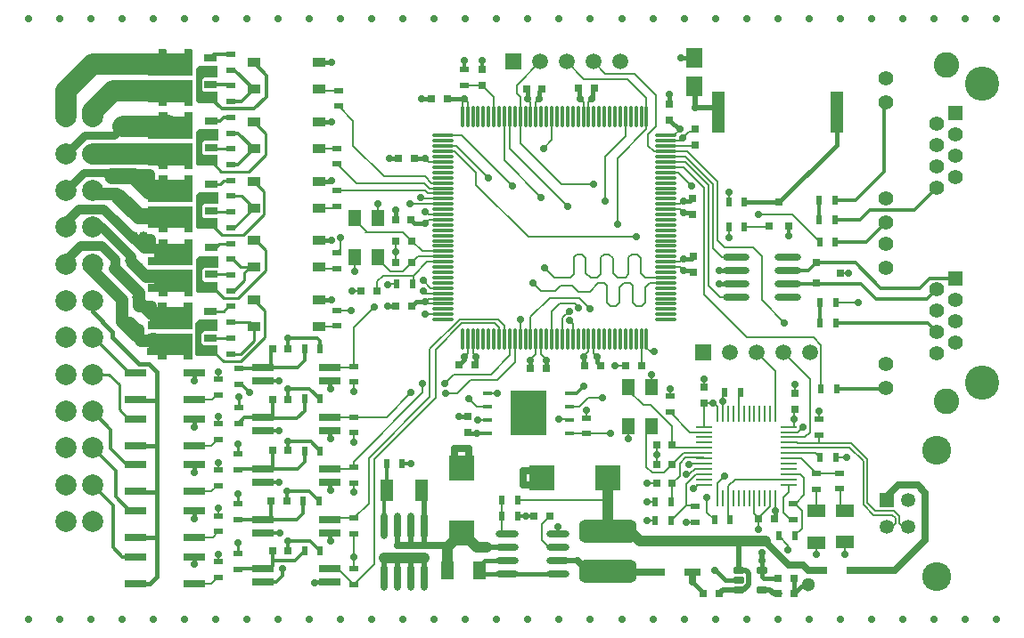
<source format=gtl>
%FSTAX25Y25*%
%MOIN*%
%SFA1B1*%

%IPPOS*%
%AMD11*
4,1,8,0.014500,0.012800,-0.014500,0.012800,-0.020900,0.006400,-0.020900,-0.006400,-0.014500,-0.012800,0.014500,-0.012800,0.020900,-0.006400,0.020900,0.006400,0.014500,0.012800,0.0*
1,1,0.012800,0.014500,0.006400*
1,1,0.012800,-0.014500,0.006400*
1,1,0.012800,-0.014500,-0.006400*
1,1,0.012800,0.014500,-0.006400*
%
%AMD24*
4,1,8,-0.087100,-0.042300,0.087100,-0.042300,0.108300,-0.021200,0.108300,0.021200,0.087100,0.042300,-0.087100,0.042300,-0.108300,0.021200,-0.108300,-0.021200,-0.087100,-0.042300,0.0*
1,1,0.042320,-0.087100,-0.021200*
1,1,0.042320,0.087100,-0.021200*
1,1,0.042320,0.087100,0.021200*
1,1,0.042320,-0.087100,0.021200*
%
%ADD10R,0.031500X0.031500*%
G04~CAMADD=11~8~0.0~0.0~417.3~255.9~64.0~0.0~15~0.0~0.0~0.0~0.0~0~0.0~0.0~0.0~0.0~0~0.0~0.0~0.0~0.0~417.3~255.9*
%ADD11D11*%
%ADD12R,0.049210X0.025590*%
%ADD13R,0.039760X0.028540*%
%ADD14R,0.039370X0.028150*%
%ADD15R,0.030710X0.039370*%
%ADD16R,0.031500X0.039370*%
%ADD17R,0.039370X0.028540*%
%ADD18R,0.049210X0.062990*%
%ADD19O,0.086610X0.023620*%
%ADD20R,0.045280X0.035430*%
%ADD21R,0.080000X0.026000*%
%ADD22R,0.045280X0.070870*%
%ADD23O,0.027560X0.098420*%
G04~CAMADD=24~8~0.0~0.0~2165.4~846.5~211.6~0.0~15~0.0~0.0~0.0~0.0~0~0.0~0.0~0.0~0.0~0~0.0~0.0~0.0~180.0~2166.0~847.0*
%ADD24D24*%
%ADD25R,0.070870X0.045280*%
%ADD26R,0.049210X0.078740*%
%ADD27R,0.030000X0.030000*%
%ADD28R,0.059050X0.076770*%
%ADD29R,0.047240X0.157480*%
%ADD30O,0.061020X0.009840*%
%ADD31O,0.009840X0.061020*%
%ADD32O,0.011810X0.082680*%
%ADD33O,0.082680X0.011810*%
%ADD34R,0.035430X0.015750*%
%ADD35R,0.133860X0.169290*%
%ADD36R,0.062990X0.031500*%
%ADD37R,0.023620X0.035430*%
%ADD38R,0.035430X0.023620*%
%ADD39R,0.096460X0.096460*%
%ADD40R,0.031500X0.031500*%
%ADD41O,0.098420X0.027560*%
%ADD42R,0.030000X0.030000*%
%ADD43R,0.096460X0.096460*%
%ADD44C,0.015750*%
%ADD45C,0.019680*%
%ADD46C,0.039370*%
%ADD47C,0.027560*%
%ADD48C,0.007870*%
%ADD49C,0.078740*%
%ADD50C,0.031500*%
%ADD51C,0.035430*%
%ADD52C,0.059050*%
%ADD53C,0.047240*%
%ADD54C,0.043310*%
%ADD55C,0.011810*%
%ADD56C,0.010000*%
%ADD57R,0.059050X0.059050*%
%ADD58C,0.059050*%
%ADD59R,0.053150X0.053150*%
%ADD60C,0.053150*%
%ADD61C,0.108270*%
%ADD62C,0.078740*%
%ADD63C,0.127950*%
%ADD64C,0.095280*%
%ADD65C,0.054690*%
%ADD66R,0.054690X0.054690*%
%ADD67C,0.051180*%
%ADD68C,0.027560*%
%ADD69C,0.019680*%
%ADD70C,0.039370*%
%LNrobocontroller-1*%
%LPD*%
G36*
X0076575Y-0098819D02*
X0071457D01*
X0070669Y-0099606*
Y-0103347*
X0071457Y-0104134*
X0076378*
Y-0108169*
X0068996*
X0068307Y-010748*
Y-0095669*
X0069488Y-0094488*
X0076575*
Y-0098819*
G37*
G36*
X0067126Y-0089764D02*
Y-0098032D01*
X0050394*
Y-0095079*
X0052559*
Y-0092618*
X0050394*
Y-0089764*
X0054331*
Y-0088189*
X0057579*
Y-0089764*
X0063976*
Y-0088189*
X0067126*
Y-0089764*
G37*
G36*
Y-0084055D02*
Y-008563D01*
X0063976*
Y-0084055*
X0057579*
Y-008563*
X0054331*
Y-0084055*
X0050394*
Y-0081201*
X0052559*
Y-007874*
X0050394*
Y-0075787*
X0067126*
Y-0084055*
G37*
G36*
Y-0107874D02*
Y-0109449D01*
X0063976*
Y-0107874*
X0057579*
Y-0109449*
X0054331*
Y-0107874*
X0050394*
Y-010502*
X0052559*
Y-0102559*
X0050394*
Y-0099606*
X0067126*
Y-0107874*
G37*
G36*
X0066929Y-0131693D02*
Y-0133268D01*
X0063779*
Y-0131693*
X0057382*
Y-0133268*
X0054134*
Y-0131693*
X0050197*
Y-0128839*
X0052362*
Y-0126378*
X0050197*
Y-0123425*
X0066929*
Y-0131693*
G37*
G36*
X0076378Y-0122638D02*
X007126D01*
X0070472Y-0123425*
Y-0127165*
X007126Y-0127953*
X0076181*
Y-0131988*
X0068799*
X006811Y-0131299*
Y-0119488*
X0069291Y-0118307*
X0076378*
Y-0122638*
G37*
G36*
X0066929Y-0113583D02*
Y-012185D01*
X0050197*
Y-0118898*
X0052362*
Y-0116437*
X0050197*
Y-0113583*
X0054134*
Y-0112008*
X0057382*
Y-0113583*
X0063779*
Y-0112008*
X0066929*
Y-0113583*
G37*
G36*
X0076575Y-0075D02*
X0071457D01*
X0070669Y-0075787*
Y-0079528*
X0071457Y-0080315*
X0076378*
Y-008435*
X0068996*
X0068307Y-0083661*
Y-007185*
X0069488Y-0070669*
X0076575*
Y-0075*
G37*
G36*
X0067028Y-0036791D02*
Y-0038366D01*
X0063878*
Y-0036791*
X005748*
Y-0038366*
X0054232*
Y-0036791*
X0050295*
Y-0033937*
X0052461*
Y-0031477*
X0050295*
Y-0028524*
X0067028*
Y-0036791*
G37*
G36*
X0076476Y-0027736D02*
X0071358D01*
X0070571Y-0028524*
Y-0032264*
X0071358Y-0033051*
X0076279*
Y-0037087*
X0068898*
X0068209Y-0036398*
Y-0024587*
X006939Y-0023406*
X0076476*
Y-0027736*
G37*
G36*
X0067028Y-0018681D02*
Y-0026949D01*
X0050295*
Y-0023996*
X0052461*
Y-0021535*
X0050295*
Y-0018681*
X0054232*
Y-0017106*
X005748*
Y-0018681*
X0063878*
Y-0017106*
X0067028*
Y-0018681*
G37*
G36*
X0067126Y-0042323D02*
Y-0050591D01*
X0050394*
Y-0047638*
X0052559*
Y-0045177*
X0050394*
Y-0042323*
X0054331*
Y-0040748*
X0057579*
Y-0042323*
X0063976*
Y-0040748*
X0067126*
Y-0042323*
G37*
G36*
Y-0065945D02*
Y-0074213D01*
X0050394*
Y-007126*
X0052559*
Y-0068799*
X0050394*
Y-0065945*
X0054331*
Y-006437*
X0057579*
Y-0065945*
X0063976*
Y-006437*
X0067126*
Y-0065945*
G37*
G36*
Y-0060433D02*
Y-0062008D01*
X0063976*
Y-0060433*
X0057579*
Y-0062008*
X0054331*
Y-0060433*
X0050394*
Y-0057579*
X0052559*
Y-0055118*
X0050394*
Y-0052165*
X0067126*
Y-0060433*
G37*
G36*
X0076575Y-0051378D02*
X0071457D01*
X0070669Y-0052165*
Y-0055905*
X0071457Y-0056693*
X0076378*
Y-0060728*
X0068996*
X0068307Y-0060039*
Y-0048228*
X0069488Y-0047047*
X0076575*
Y-0051378*
G37*
G54D10*
X0263976Y-0220866D03*
X0258071D03*
X0286024Y-0215354D03*
X0291929D03*
X0286024Y-0220866D03*
X0291929D03*
X0149016Y-0088829D03*
X014311D03*
X0144095Y-0057874D03*
X015D03*
X0102756Y-0204921D03*
X009685D03*
X0142913Y-0080905D03*
X0148819D03*
X0149016Y-0096949D03*
X014311D03*
Y-0113189D03*
X0149016D03*
X0130118Y-0107677D03*
X0136024D03*
X0102756Y-0129134D03*
X009685D03*
X0166732Y-0135236D03*
X0172638D03*
X0193504Y-0136417D03*
X0199409D03*
X0213779Y-013563D03*
X0219685D03*
X0228937D03*
X0234842D03*
X027874Y-0192913D03*
X0284646D03*
X0240551Y-0179552D03*
X0246457D03*
X0240551Y-0172478D03*
X0246457D03*
X0240551Y-0165404D03*
X0246457D03*
X0217323Y-0031496D03*
X0211417D03*
X0197835Y-003189D03*
X0191929D03*
X0156299Y-003563D03*
X0162205D03*
X0194685Y-0191929D03*
X0200591D03*
X0102362Y-0186221D03*
X0096457D03*
X0102756Y-0167323D03*
X009685D03*
X0102756Y-0148228D03*
X009685D03*
G54D11*
X0279919Y-0212205D03*
Y-0219685D03*
X0271258D03*
Y-0212205D03*
Y-0215945D03*
G54D12*
X0060532Y-0032461D03*
Y-0023012D03*
X0073819Y-0035236D03*
Y-0030236D03*
Y-0020236D03*
Y-0025236D03*
X0073917Y-0048878D03*
Y-0043878D03*
Y-0053878D03*
Y-0058878D03*
X006063Y-0046654D03*
Y-0056102D03*
Y-0079724D03*
Y-0070276D03*
X0073917Y-00825D03*
Y-00775D03*
Y-00675D03*
Y-00725D03*
Y-0096319D03*
Y-0091319D03*
Y-0101319D03*
Y-0106319D03*
X006063Y-0094095D03*
Y-0103543D03*
X0060433Y-0127362D03*
Y-0117913D03*
X0073721Y-0130138D03*
Y-0125138D03*
Y-0115138D03*
Y-0120138D03*
G54D13*
X0052362Y-0025473D03*
X0052461Y-0049114D03*
Y-0072736D03*
Y-0096555D03*
X0052264Y-0120374D03*
G54D14*
X0052264Y-0020059D03*
X0052362Y-0043701D03*
Y-0067323D03*
Y-0091142D03*
X0052165Y-0114961D03*
G54D15*
X0065453Y-0019075D03*
X0065495Y-0036336D03*
X0065594Y-0059978D03*
X0065551Y-0042717D03*
Y-0066339D03*
X0065594Y-00836D03*
Y-0107419D03*
X0065551Y-0090158D03*
X0065354Y-0113976D03*
X0065397Y-0131238D03*
G54D16*
X0055807Y-0019075D03*
X0055895Y-0036336D03*
X0055994Y-0059978D03*
X0055905Y-0042717D03*
Y-0066339D03*
X0055994Y-00836D03*
Y-0107419D03*
X0055905Y-0090158D03*
X0055709Y-0113976D03*
X0055797Y-0131238D03*
G54D17*
X0052295Y-0030036D03*
X0052264Y-0035364D03*
X0052362Y-0059006D03*
X0052394Y-0053678D03*
Y-00773D03*
X0052362Y-0082628D03*
Y-0106447D03*
X0052394Y-0101119D03*
X0052197Y-0124938D03*
X0052165Y-0130266D03*
G54D18*
X0136221Y-0080315D03*
Y-0094882D03*
X0127559D03*
Y-0080315D03*
X0238779Y-0143701D03*
Y-0158268D03*
X0230118D03*
Y-0143701D03*
G54D19*
X0203543Y-0213602D03*
Y-0208602D03*
Y-0203602D03*
Y-0198602D03*
X0184646Y-0213602D03*
Y-0208602D03*
Y-0203602D03*
Y-0198602D03*
G54D20*
X0114468Y-0110827D03*
X0089862D03*
X0114468Y-0120827D03*
X0089862D03*
X0114468Y-0044242D03*
X0089862D03*
X0114468Y-0054242D03*
X0089862D03*
X0114468Y-0022047D03*
X0089862D03*
X0114468Y-0032047D03*
X0089862D03*
X0114468Y-0088632D03*
X0089862D03*
X0114468Y-0098632D03*
X0089862D03*
X0114468Y-0066437D03*
X0089862D03*
X0114468Y-0076437D03*
X0089862D03*
G54D21*
X0067669Y-0217087D03*
X0045669D03*
X0067669Y-0207087D03*
X0045669D03*
X0118504Y-0216614D03*
X0093504D03*
X0118504Y-0211614D03*
X0093504D03*
X0067669Y-0148386D03*
X0045669D03*
X0067669Y-0138386D03*
X0045669D03*
X0067669Y-0165561D03*
X0045669D03*
X0067669Y-0155561D03*
X0045669D03*
X0067669Y-0182736D03*
X0045669D03*
X0067669Y-0172736D03*
X0045669D03*
X0067669Y-0199911D03*
X0045669D03*
X0067669Y-0189911D03*
X0045669D03*
X0118504Y-0141142D03*
X0093504D03*
X0118504Y-0136142D03*
X0093504D03*
X0118504Y-0198228D03*
X0093504D03*
X0118504Y-0193228D03*
X0093504D03*
X0118504Y-0179213D03*
X0093504D03*
X0118504Y-0174213D03*
X0093504D03*
X0118504Y-0160039D03*
X0093504D03*
X0118504Y-0155039D03*
X0093504D03*
G54D22*
X0174213Y-0212402D03*
X0162402D03*
G54D23*
X0138524Y-0214854D03*
X0143524D03*
X0148524D03*
X0153524D03*
X0138524Y-0195562D03*
X0143524D03*
X0148524D03*
X0153524D03*
G54D24*
X0222441Y-0197441D03*
Y-0212598D03*
G54D25*
X0311024Y-0201575D03*
Y-0189764D03*
X0300197Y-0189961D03*
Y-0201772D03*
G54D26*
X0152563Y-0182283D03*
X0139563D03*
G54D27*
X0300252Y-0104537D03*
Y-0097037D03*
X0309252Y-0100787D03*
G54D28*
X0254823Y-0020177D03*
Y-0031004D03*
G54D29*
X0263779Y-0040551D03*
X0307874D03*
G54D30*
X0258366Y-0158465D03*
Y-0160433D03*
Y-0162401D03*
Y-016437D03*
Y-0166339D03*
Y-0168307D03*
Y-0170276D03*
Y-0172244D03*
Y-0174213D03*
Y-0176181D03*
Y-017815D03*
Y-0180118D03*
X0290059D03*
Y-017815D03*
Y-0176181D03*
Y-0174213D03*
Y-0172244D03*
Y-0170276D03*
Y-0168307D03*
Y-0166339D03*
Y-016437D03*
Y-0162401D03*
Y-0160433D03*
Y-0158465D03*
G54D31*
X0263386Y-0185138D03*
X0265354D03*
X0267323D03*
X0269291D03*
X027126D03*
X0273228D03*
X0275197D03*
X0277165D03*
X0279134D03*
X0281102D03*
X0283071D03*
X0285039D03*
Y-0153445D03*
X0283071D03*
X0281102D03*
X0279134D03*
X0277165D03*
X0275197D03*
X0273228D03*
X027126D03*
X0269291D03*
X0267323D03*
X0265354D03*
X0263386D03*
G54D32*
X0167913Y-0042126D03*
X0169882D03*
X017185D03*
X0173819D03*
X0175787D03*
X0177756D03*
X0179724D03*
X0181693D03*
X0183661D03*
X018563D03*
X0187598D03*
X0189567D03*
X0191535D03*
X0193504D03*
X0195473D03*
X0197441D03*
X0199409D03*
X0201378D03*
X0203346D03*
X0205315D03*
X0207283D03*
X0209252D03*
X0211221D03*
X0213189D03*
X0215158D03*
X0217126D03*
X0219094D03*
X0221063D03*
X0223031D03*
X0225D03*
X0226969D03*
X0228937D03*
X0230906D03*
X0232874D03*
X0234842D03*
X0236811D03*
Y-0125591D03*
X0234842D03*
X0232874D03*
X0230906D03*
X0228937D03*
X0226969D03*
X0225D03*
X0223031D03*
X0221063D03*
X0219094D03*
X0217126D03*
X0215158D03*
X0213189D03*
X0211221D03*
X0209252D03*
X0207283D03*
X0205315D03*
X0203346D03*
X0201378D03*
X0199409D03*
X0197441D03*
X0195473D03*
X0193504D03*
X0191535D03*
X0189567D03*
X0187598D03*
X018563D03*
X0183661D03*
X0181693D03*
X0179724D03*
X0177756D03*
X0175787D03*
X0173819D03*
X017185D03*
X0169882D03*
X0167913D03*
G54D33*
X0244094Y-0049409D03*
Y-0051378D03*
Y-0053346D03*
Y-0055315D03*
Y-0057284D03*
Y-0059252D03*
Y-0061221D03*
Y-0063189D03*
Y-0065158D03*
Y-0067126D03*
Y-0069095D03*
Y-0071063D03*
Y-0073032D03*
Y-0075D03*
Y-0076968D03*
Y-0078937D03*
Y-0080905D03*
Y-0082874D03*
Y-0084842D03*
Y-0086811D03*
Y-0088779D03*
Y-0090748D03*
Y-0092716D03*
Y-0094685D03*
Y-0096653D03*
Y-0098622D03*
Y-0100591D03*
Y-0102559D03*
Y-0104527D03*
Y-0106496D03*
Y-0108465D03*
Y-0110433D03*
Y-0112402D03*
Y-011437D03*
Y-0116339D03*
Y-0118307D03*
X016063D03*
Y-0116339D03*
Y-011437D03*
Y-0112402D03*
Y-0110433D03*
Y-0108465D03*
Y-0106496D03*
Y-0104527D03*
Y-0102559D03*
Y-0100591D03*
Y-0098622D03*
Y-0096653D03*
Y-0094685D03*
Y-0092716D03*
Y-0090748D03*
Y-0088779D03*
Y-0086811D03*
Y-0084842D03*
Y-0082874D03*
Y-0080905D03*
Y-0078937D03*
Y-0076968D03*
Y-0075D03*
Y-0073032D03*
Y-0071063D03*
Y-0069095D03*
Y-0067126D03*
Y-0065158D03*
Y-0063189D03*
Y-0061221D03*
Y-0059252D03*
Y-0057284D03*
Y-0055315D03*
Y-0053346D03*
Y-0051378D03*
Y-0049409D03*
G54D34*
X0208012Y-0160846D03*
Y-0155847D03*
Y-0150847D03*
Y-0145846D03*
X0177421Y-0160846D03*
Y-0155847D03*
Y-0150847D03*
Y-0145846D03*
G54D35*
X0192717Y-0153347D03*
G54D36*
X0314764Y-0212205D03*
X0301378D03*
X0254134Y-0212795D03*
X0240748D03*
G54D37*
X0307283Y-0080905D03*
X0301378D03*
X011437Y-0186221D03*
X0108465D03*
X0149409Y-0105069D03*
X0143504D03*
X0114764Y-0129134D03*
X0108858D03*
X0114764Y-0204921D03*
X0108858D03*
X0301378Y-0073425D03*
X0307283D03*
X0301575Y-0089173D03*
X030748D03*
X0301772Y-0112008D03*
X0307677D03*
Y-0119685D03*
X0301772D03*
X0301969Y-0144095D03*
X0307874D03*
X0301772Y-0170079D03*
X0307677D03*
X0292323Y-0199409D03*
X0286417D03*
X026811Y-0193307D03*
X0262205D03*
X0246063Y-0193701D03*
X0240158D03*
X0246063Y-0186627D03*
X0240158D03*
X0266142Y-0145472D03*
X0272047D03*
X0273425Y-007441D03*
X026752D03*
Y-0083465D03*
X0273425D03*
X0188583Y-0185827D03*
X0182677D03*
X0188583Y-0191929D03*
X0182677D03*
X0145473Y-0172244D03*
X0139567D03*
X0114764Y-016752D03*
X0108858D03*
X0114764Y-0148031D03*
X0108858D03*
G54D38*
X0081299Y-0024803D03*
Y-0018898D03*
Y-0036614D03*
Y-0030709D03*
Y-0048425D03*
Y-004252D03*
Y-0060236D03*
Y-0054331D03*
X0076772Y-0214961D03*
Y-0209055D03*
X0084055Y-0205906D03*
Y-0211811D03*
X0076772Y-0197736D03*
Y-0191831D03*
X0084055Y-0187402D03*
Y-0193307D03*
X0121063Y-0093209D03*
Y-0099114D03*
Y-0114764D03*
Y-0120669D03*
X0127362Y-0135827D03*
Y-0141732D03*
X0081299Y-0072047D03*
Y-0066142D03*
Y-0083858D03*
Y-0077953D03*
Y-0095669D03*
Y-0089764D03*
Y-010748D03*
Y-0101575D03*
Y-0119291D03*
Y-0113386D03*
Y-0131102D03*
Y-0125197D03*
X0076772Y-0146457D03*
Y-0140551D03*
X0084449Y-014252D03*
Y-0136614D03*
Y-0151181D03*
Y-0157087D03*
X0076772Y-0163287D03*
Y-0157382D03*
X0084055Y-0168701D03*
Y-0174606D03*
X0076772Y-0180512D03*
Y-0174606D03*
X0127362Y-0173721D03*
Y-0179626D03*
Y-0192667D03*
Y-0198573D03*
Y-021752D03*
Y-0211614D03*
X021437Y-0155118D03*
Y-0161024D03*
X0245669Y-0147047D03*
Y-0152953D03*
X0301378Y-0155512D03*
Y-0161417D03*
X0308858Y-0175787D03*
Y-0181693D03*
X0300394Y-0175984D03*
Y-018189D03*
X0291535Y-019311D03*
Y-0187205D03*
X0255118Y-0188386D03*
Y-0194291D03*
X0168701Y-0030512D03*
Y-0024606D03*
X0127362Y-0154774D03*
Y-0160679D03*
X0121063Y-0070079D03*
Y-0075984D03*
Y-0060039D03*
Y-0054134D03*
X0121653Y-0038386D03*
Y-003248D03*
G54D39*
X0167717Y-0173819D03*
Y-0198228D03*
G54D40*
X0169882Y-0154528D03*
Y-0160433D03*
X0292323Y-0145866D03*
Y-0151772D03*
X0258465Y-0143701D03*
Y-0149606D03*
X0254331Y-0100591D03*
Y-0094685D03*
X0253937Y-0078937D03*
Y-0073032D03*
X0255118Y-004685D03*
Y-0052756D03*
X0245472Y-0037598D03*
Y-0043504D03*
X0175197Y-0024606D03*
Y-0030512D03*
G54D41*
X0289764Y-0109862D03*
Y-0104862D03*
Y-0099862D03*
Y-0094862D03*
X0270472Y-0109862D03*
Y-0104862D03*
Y-0099862D03*
Y-0094862D03*
G54D42*
X0290167Y-008341D03*
X0282667D03*
X0286417Y-007441D03*
G54D43*
X0197835Y-0177559D03*
X0222244D03*
G54D44*
X0294685Y-021811D02*
X0296457D01*
X0291929Y-0220866D02*
X0294685Y-021811D01*
X0291929Y-0215354D02*
Y-0215158D01*
Y-0220866D02*
Y-0215354D01*
X0291732Y-0214961D02*
X0291929Y-0215158D01*
X0279921Y-0212203D02*
Y-0205512D01*
Y-0214567D02*
Y-0212203D01*
Y-0214567D02*
X0280709Y-0215354D01*
X0286024*
X0262598Y-0212205D02*
X0266339Y-0215945D01*
X0271258*
X0254331Y-0216929D02*
X0258071Y-0220669D01*
Y-0220866D02*
Y-0220669D01*
X0279919Y-0212205D02*
X0279921Y-0212203D01*
X0245472Y-0043504D02*
X0249213Y-0047244D01*
X0166535Y-0154528D02*
X0169882D01*
X0170295Y-0160846D02*
X0173425D01*
X0140748Y-0057874D02*
D01*
X0144095*
X0153937D02*
X0154134Y-0058071D01*
X015Y-0057874D02*
X0153937D01*
X0142913Y-0077362D02*
D01*
Y-0080905D02*
Y-0077362D01*
X015Y-0082087D02*
X0154134D01*
X0148819Y-0080905D02*
X015Y-0082087D01*
X0139961Y-0113189D02*
X014311D01*
X0149016D02*
X0150591Y-0111614D01*
X0154134*
X0166732Y-0135236D02*
X0168701Y-0133268D01*
X0172638Y-0135236D02*
X0173031Y-0134843D01*
Y-0132087*
X0250591Y-007815D02*
X025315D01*
X0253937Y-0078937*
X0250591Y-0073819D02*
X025315D01*
X0253937Y-0073032*
X0250591Y-0099803D02*
X0253543D01*
X0254331Y-0100591*
X0250591Y-0095472D02*
X0253543D01*
X0254331Y-0094685*
X0216535Y-003189D02*
X0216929Y-0031496D01*
X0216535Y-0035236D02*
Y-003189D01*
X0211417Y-0031496D02*
X0211811Y-003189D01*
Y-0035236D02*
Y-003189D01*
X0196654Y-003563D02*
Y-0033071D01*
X0197835Y-003189*
X0192323Y-003563D02*
Y-0032283D01*
X0191929Y-003189D02*
X0192323Y-0032283D01*
X0307874Y-0052953D02*
Y-0040551D01*
X0286417Y-007441D02*
X0307874Y-0052953D01*
X0273425Y-007441D02*
X0286417D01*
X0152756Y-003563D02*
X0156299D01*
X0162205D02*
D01*
X0168701*
X0245472Y-0037598D02*
Y-0034055D01*
X0249606Y-0020276D02*
X0249705Y-0020177D01*
X0254823*
X0264035Y-0099862D02*
X0270472D01*
X0264035Y-0104862D02*
X0270472D01*
X0184646Y-0213602D02*
X0203543D01*
X0176437Y-0208602D02*
X0184646D01*
X0174213Y-0210827D02*
X0176437Y-0208602D01*
X0174213Y-0212402D02*
Y-0210827D01*
X0175413Y-0213602D02*
X0184646D01*
X0174213Y-0212402D02*
X0175413Y-0213602D01*
X0199409Y-0133465D02*
Y-0133268D01*
Y-0136417D02*
Y-0133465D01*
X0218307Y-0134252D02*
X0219685Y-013563D01*
X0213189Y-0135433D02*
Y-0132086D01*
X0067669Y-0141291D02*
Y-0138386D01*
Y-0141291D02*
X0067716Y-0141339D01*
X0067669Y-0158466D02*
X0067716Y-0158514D01*
X0067669Y-0158466D02*
Y-0155561D01*
Y-0175642D02*
X0067716Y-0175689D01*
X0067669Y-0175642D02*
Y-0172736D01*
Y-0192817D02*
X0067716Y-0192864D01*
X0067669Y-0192817D02*
Y-0189911D01*
X0118504Y-0144047D02*
X0118551Y-0144095D01*
X0118504Y-0144047D02*
Y-0141142D01*
Y-0162945D02*
X0118551Y-0162992D01*
X0118504Y-0162945D02*
Y-0160039D01*
Y-0182118D02*
X0118551Y-0182165D01*
X0118504Y-0182118D02*
Y-0179213D01*
Y-0201134D02*
X0118551Y-0201181D01*
X0118504Y-0201134D02*
Y-0198228D01*
X0067669Y-0209992D02*
X0067716Y-0210039D01*
X0067669Y-0209992D02*
Y-0207087D01*
X0112795Y-0216779D02*
X0112843Y-0216732D01*
X0115748*
X011885Y-0110827D02*
X0118898Y-011078D01*
X0114468Y-0110827D02*
X011885D01*
X0114468Y-0088632D02*
X011885D01*
X0118898Y-0088585*
X0114468Y-0066437D02*
X011885D01*
X0118898Y-006639*
X0114468Y-0044242D02*
X011885D01*
X0118898Y-0044195*
X0114468Y-0022047D02*
X011885D01*
X0118898Y-0022*
X0045669Y-0217087D02*
X0051024D01*
X0053543Y-0214567*
X0029528Y-0115354D02*
X0037008Y-0122835D01*
X0029528Y-0115354D02*
Y-0111221D01*
X0045906Y-0148622D02*
X0053543D01*
X0045669Y-0148386D02*
X0045906Y-0148622D01*
X0045669Y-0165561D02*
X0047057D01*
X0047244Y-0165748*
X0053543*
Y-0148622*
X0046004Y-0183071D02*
X0053543D01*
X0045669Y-0182736D02*
X0046004Y-0183071D01*
X0053543D02*
Y-0165748D01*
Y-0199606D02*
Y-0183071D01*
Y-0214567D02*
Y-0199606D01*
X0045669Y-0199911D02*
X0053238D01*
X0053543Y-0199606*
X0044882Y-0207087D02*
X0045669D01*
X0037008Y-0125D02*
Y-0122835D01*
Y-0125D02*
X0047047Y-0135039D01*
X0050591*
X0053543Y-0137992*
Y-0148622D02*
Y-0137992D01*
X0168701Y-0133268D02*
Y-0132087D01*
X0218307Y-0134252D02*
Y-0132087D01*
X0193504Y-0136417D02*
Y-0133465D01*
Y-0133268*
X0285039Y-019252D02*
Y-0189764D01*
X0284646Y-0192913D02*
X0285039Y-019252D01*
G54D45*
X0286024Y-0220866D02*
X0286614D01*
X0284252D02*
X0286024D01*
X0283071Y-0219685D02*
X0284252Y-0220866D01*
X0279919Y-0219685D02*
X0283071D01*
X0271063Y-0201378D02*
X0271258Y-0201573D01*
X0270866Y-0201181D02*
X0271063Y-0201378D01*
X0271258Y-0212205D02*
Y-0201573D01*
X027126Y-0219685D02*
X0273014D01*
X0275116Y-0217583*
Y-0213305*
X0274016Y-0212205D02*
X0275116Y-0213305D01*
X0271258Y-0212205D02*
X0274016D01*
X0264173Y-0220866D02*
X0265354Y-0219685D01*
X0271258*
X0280118Y-0208465D02*
Y-0205512D01*
X0262205Y-0038976D02*
X0263779Y-0040551D01*
X0254921Y-0038976D02*
X0262205D01*
X0254921D02*
Y-0031102D01*
X0254823Y-0031004D02*
X0254921Y-0031102D01*
X0203543Y-0208602D02*
X0210965D01*
X0176969Y-020374D02*
X0184508D01*
X0152563Y-0182283D02*
X0153524Y-0183245D01*
Y-0195562D02*
Y-0183245D01*
Y-0202736D02*
Y-0195562D01*
X0148524Y-0202736D02*
Y-0195562D01*
X0143524Y-0202736D02*
X0143544Y-0202756D01*
X0143524Y-0202736D02*
Y-0195562D01*
X0153524Y-021466D02*
Y-020768D01*
X0143524Y-0214854D02*
Y-020768D01*
Y-0215641D02*
Y-0214854D01*
X0148524D02*
Y-020768D01*
Y-0215641D02*
Y-0214854D01*
X0138524D02*
Y-020768D01*
Y-0215641D02*
Y-0214854D01*
X0161614Y-0202756D02*
X0162402Y-0203543D01*
G54D46*
X0271063Y-0201378D02*
X0281299D01*
X0234449D02*
X0271063D01*
X0050984Y-0068701D02*
Y-0063779D01*
X0047638D02*
X0050984D01*
X0045669D02*
X0047638D01*
X0222244Y-018563D02*
Y-0177559D01*
X0173228Y-020374D02*
X0176969D01*
X0167717Y-0198228D02*
X0173228Y-020374D01*
X0148544Y-020766D02*
X0153544D01*
X0143544D02*
X0148544D01*
X0138544D02*
X0143544D01*
X0162402Y-0212402D02*
Y-0203543D01*
X0167717Y-0198228*
X0222244Y-0197244D02*
D01*
Y-018563*
Y-0197244D02*
D01*
X0044882Y-0064567D02*
X0045669Y-0063779D01*
X005Y-0069685D02*
X0050984Y-0068701D01*
X004685Y-0125394D02*
X0047835Y-0126378D01*
X0051575Y-0116388D02*
X0052903Y-0117717D01*
X0230315Y-0197244D02*
X0234449Y-0201378D01*
X0222244Y-0197244D02*
X0230315D01*
X0043701Y-0119095D02*
X0046457Y-012185D01*
X0040551Y-0119095D02*
X0043701D01*
X0046457Y-012185D02*
X004685D01*
Y-0125394D02*
Y-012185D01*
Y-0113386D02*
X0051575D01*
Y-0116388D02*
Y-0113386D01*
G54D47*
X0297244Y-0212205D02*
X0301378D01*
X0295276Y-0210236D02*
X0297244Y-0212205D01*
X0289961Y-0210236D02*
X0295276D01*
X0281299Y-0201575D02*
X0289961Y-0210236D01*
X0210965Y-0208602D02*
X0216732Y-021437D01*
X0165157Y-017126D02*
X0167717Y-0173819D01*
X0165157Y-017126D02*
Y-0166732D01*
X0170276Y-017126D02*
Y-0166732D01*
X0167717Y-0173819D02*
X0170276Y-017126D01*
X0165157Y-0166732D02*
X0170276D01*
X0254134Y-0216535D02*
D01*
Y-0212795*
X0190748Y-0180118D02*
Y-0175D01*
X0195276D02*
X0197835Y-0177559D01*
X0190748Y-0175D02*
X0195276D01*
X0190748Y-0180118D02*
X0195276D01*
X0197835Y-0177559*
X0143544Y-0202756D02*
X0161614D01*
X0314764Y-0212205D02*
X0329724D01*
X0326811Y-0186008D02*
Y-0184606D01*
X0331102Y-0180315*
X0338189*
X0329724Y-0212205D02*
X0341142Y-0200787D01*
Y-0183268*
X0338189Y-0180315D02*
X0341142Y-0183268D01*
X0215354Y-0212795D02*
X0240748D01*
G54D48*
X0300197Y-0206299D02*
Y-0201772D01*
X0292126Y-0151772D02*
X029252Y-0151378D01*
X0292126Y-0158465D02*
Y-0155512D01*
X0258465Y-0149606D02*
X0262008D01*
X0299213Y-0125D02*
X0302165Y-0127953D01*
X0274213Y-0125D02*
X0299213D01*
X0258268Y-0109055D02*
X0274213Y-0125D01*
X026752Y-0087598D02*
D01*
Y-0083465D01*
X027874Y-0078937D02*
X0291339D01*
X0301575Y-0089173*
X0248819Y-0063189D02*
X025374Y-006811D01*
X0244094Y-0063189D02*
X0248819D01*
X0188189Y-0030433D02*
X0196968Y-0021654D01*
X0188189Y-0033661D02*
Y-0030433D01*
Y-0033661D02*
X0189567Y-0035039D01*
Y-0042126D02*
Y-0035039D01*
X0244094Y-0061221D02*
X025059D01*
X0258268Y-0068898*
X0251181Y-0059252D02*
X0259949Y-006802D01*
X025144Y-0057284D02*
X0261614Y-0067458D01*
X0244094Y-0057284D02*
X025144D01*
X0261614Y-0091535D02*
Y-0067458D01*
X0244094Y-0059252D02*
X0251181D01*
X0259949Y-0105618D02*
Y-006802D01*
X0252165Y-0055315D02*
X0263386Y-0066535D01*
X0244094Y-0055315D02*
X0252165D01*
X0263386Y-0088583D02*
Y-0066535D01*
X0258268Y-0109055D02*
Y-0068898D01*
X0259949Y-0105618D02*
X0264193Y-0109862D01*
X0270472*
X0264941Y-0094862D02*
X0270472D01*
X0261614Y-0091535D02*
X0264941Y-0094862D01*
X0263386Y-0088583D02*
X0266142Y-0091339D01*
X0276772*
X0279921Y-0111024D02*
Y-0094488D01*
X0276772Y-0091339D02*
X0279921Y-0094488D01*
X023563Y-0150394D02*
X0238487D01*
X0230118Y-0144882D02*
X023563Y-0150394D01*
X0208012Y-0160846D02*
X0208189Y-0161024D01*
X021437*
Y-0155118D02*
Y-0152165D01*
X0127362Y-0145276D02*
Y-0141732D01*
X0127047Y-0136142D02*
X0127362Y-0135827D01*
X0118504Y-0136142D02*
X0127047D01*
X0127362Y-016437D02*
Y-0160679D01*
X0118504Y-0155039D02*
X011877Y-0154774D01*
X0127362*
Y-0182874D02*
Y-0179626D01*
Y-0207087D02*
Y-0198573D01*
Y-0211614D02*
Y-0207087D01*
X0267323Y-019252D02*
X026811Y-0193307D01*
X0267323Y-019252D02*
Y-0185138D01*
X023702Y-0193701D02*
X0240158D01*
X0237008Y-0193688D02*
X023702Y-0193701D01*
X0251772Y-0194291D02*
D01*
X0255118*
X0254724Y-0187992D02*
X0255118Y-0188386D01*
X0251575Y-0187992D02*
X0254724D01*
X0247047Y-019252D02*
X0251575Y-0187992D01*
Y-0180016*
X0250627Y-0168307D02*
X0258366D01*
X0246457Y-0172478D02*
X0250627Y-0168307D01*
X0254921Y-0174213D02*
X0258366D01*
X025315Y-0175984D02*
X0254921Y-0174213D01*
X0252165Y-0175984D02*
X025315D01*
X0249213Y-0172244D02*
X0251378Y-0170079D01*
X0249213Y-0176796D02*
Y-0172244D01*
X0246457Y-0179552D02*
X0249213Y-0176796D01*
X0252756Y-0172638D02*
X025315Y-0172244D01*
X0251378Y-0170079D02*
X0258169D01*
X025315Y-0172244D02*
X0257972D01*
X0251575Y-0180016D02*
X0255409Y-0176181D01*
X0258366*
X0247392Y-0166339D02*
X0258366D01*
X0237008Y-0186614D02*
X023702Y-0186627D01*
X0240158*
X0237008Y-0179528D02*
X0237033Y-0179552D01*
X0240551*
X0246063Y-0186627D02*
X0246457Y-0186233D01*
Y-0179552*
X0258169Y-0170079D02*
X0258366Y-0170276D01*
X0245669Y-0147047D02*
Y-0144095D01*
Y-0152953D02*
X025315Y-0160433D01*
X0258366*
X0238779Y-0143701D02*
Y-0138779D01*
X0230118Y-0162992D02*
Y-0158268D01*
X0240551Y-0165404D02*
D01*
Y-0168898D02*
Y-0165404D01*
Y-0168898D02*
D01*
Y-0172478D02*
Y-0168898D01*
X0230118Y-0144882D02*
Y-0143701D01*
X0238487Y-0150394D02*
X0246457Y-0158363D01*
Y-0165404D02*
Y-0158363D01*
Y-0165404D02*
X0247392Y-0166339D01*
X0236811Y-0173558D02*
Y-0160236D01*
X0238779Y-0158268*
X0236811Y-0173558D02*
X0238844Y-0175591D01*
X0243344*
X0246457Y-0172478*
X014311Y-0092913D02*
Y-0088829D01*
Y-0096949D02*
Y-0092913D01*
X0136221Y-0080315D02*
Y-0075D01*
X0127559Y-0100197D02*
Y-0094882D01*
X0126821Y-0107677D02*
X0130118D01*
X0126772Y-0107726D02*
X0126821Y-0107677D01*
X0140157Y-0105118D02*
X0140207Y-0105069D01*
X0143504*
X0149409D02*
X0149606Y-0104872D01*
Y-0101772*
X0136024Y-0107677D02*
Y-0103937D01*
X0138189Y-0101772*
X0149606*
X0136811Y-0096063D02*
X0140945Y-0100197D01*
X0145768D02*
X0149016Y-0096949D01*
X0149606Y-0101772D02*
X0154724Y-0096653D01*
X016063*
X0282612Y-0083465D02*
X0282667Y-008341D01*
X0273425Y-0083465D02*
X0282612D01*
X0240354Y-0046063D02*
Y-0034252D01*
X012874Y-008189D02*
X0132283Y-0085433D01*
X014562D02*
X0149016Y-0088829D01*
X0152903Y-0092716*
X016063*
X0149016Y-0096949D02*
X015128Y-0094685D01*
X016063*
X0168701Y-0030512D02*
X0175197D01*
X0179724Y-0035039*
Y-0042126D02*
Y-0035039D01*
X026752Y-0073425D02*
Y-0070669D01*
X0311024Y-0206102D02*
Y-0201575D01*
X0308858Y-0181693D02*
X0309252Y-0182087D01*
Y-018937D02*
Y-0182087D01*
Y-018937D02*
X0309646Y-0189764D01*
X0311024*
X0300197Y-0189961D02*
X0300394Y-0189764D01*
Y-018189*
X0232283Y-0026181D02*
X0240354Y-0034252D01*
X0221496Y-0026181D02*
X0232283D01*
X0216968Y-0021654D02*
X0221496Y-0026181D01*
X0206968Y-0021654D02*
X0213465Y-002815D01*
X0229724*
X0236811Y-0035236*
Y-0042126D02*
Y-0035236D01*
X0250394Y-0050394D02*
X0252756Y-0048031D01*
X0255118Y-0053346D02*
Y-0053347D01*
X0244094Y-0053346D02*
X0255118D01*
X024941Y-0051378D02*
X0250394Y-0050394D01*
X0244094Y-0051378D02*
X024941D01*
X0247047Y-0049409D02*
X0249213Y-0047244D01*
X0244094Y-0049409D02*
X0247047D01*
X0249213Y-0047244D02*
Y-004685D01*
X0307677Y-0112008D02*
X0316142D01*
X0309252Y-0100787D02*
X0312402D01*
X0277165Y-0190869D02*
X027874Y-0192444D01*
X0277165Y-0190869D02*
Y-0185138D01*
X027874Y-019685D02*
D01*
Y-0192913D01*
Y-0192444*
X0283071Y-0188113*
Y-0185138*
X0285039Y-0189764D02*
Y-0185138D01*
X0292323Y-0187205D02*
X029252D01*
X0294882Y-0196457D02*
Y-0189764D01*
X0292323Y-0187205D02*
X0294882Y-0189764D01*
X0291535Y-0187205D02*
X0292323D01*
X0290551Y-019311D02*
X0291535D01*
X0287992Y-0190551D02*
X0290551Y-019311D01*
X0287992Y-0190551D02*
Y-0184843D01*
X0290059Y-0182776*
Y-0180118*
X029252Y-0187205D02*
X0295669Y-0184055D01*
Y-0177559*
X0294291Y-0176181D02*
X0295669Y-0177559D01*
X0290059Y-0176181D02*
X0294291D01*
X0308661Y-0175984D02*
X0308858Y-0175787D01*
X0300394Y-0175984D02*
X0308661D01*
X0294685Y-0170276D02*
X0300394Y-0175984D01*
X0290059Y-0170276D02*
X0294685D01*
X03Y-0168307D02*
X0301772Y-0170079D01*
X0290059Y-0168307D02*
X03D01*
X0301378Y-0155512D02*
Y-0152559D01*
X0292323Y-0145472D02*
Y-014252D01*
X0292126Y-0155512D02*
Y-0151772D01*
X026181Y-0149606D02*
X0262008D01*
X0263386Y-0150984*
X0258465Y-0143701D02*
Y-0140551D01*
X0263386Y-0153445D02*
Y-0150984D01*
X0265354Y-014626D02*
X0266142Y-0145472D01*
X0265354Y-0148819D02*
Y-014626D01*
Y-0153445D02*
Y-0148819D01*
X027126Y-014626D02*
X0272047Y-0145472D01*
X027126Y-0153445D02*
Y-014626D01*
X0277953Y-0130512D02*
X0285039Y-0137598D01*
Y-0153445D02*
Y-0137598D01*
X0287953Y-0130512D02*
X0298031Y-0140591D01*
Y-0160433D02*
Y-0140591D01*
X0296063Y-0162401D02*
X0298031Y-0160433D01*
X0290059Y-0162401D02*
X0296063D01*
X0293503Y-0160433D02*
X0295472Y-0158464D01*
X0290059Y-0160433D02*
X0293503D01*
X0292126Y-0158465D02*
D01*
X0290059D02*
X0292126D01*
X0301378Y-0164567D02*
X0313448D01*
X0293504D02*
X0301378D01*
Y-0161417*
X0293307Y-016437D02*
X0293504Y-0164567D01*
X0290059Y-016437D02*
X0293307D01*
Y-0166339D02*
X0293504Y-0166142D01*
X0290059Y-0166339D02*
X0293307D01*
X0293504Y-0166142D02*
X0312795D01*
X0313448Y-0164567D02*
X0319488Y-0170607D01*
X0312795Y-0166142D02*
X0317913Y-017126D01*
Y-018766D02*
Y-017126D01*
X0319488Y-0187008D02*
Y-0170607D01*
X0317913Y-018766D02*
X0321789Y-0191535D01*
X0319488Y-0187008D02*
X0322441Y-0189961D01*
X0329393*
X0321789Y-0191535D02*
X032874D01*
X0329393Y-0189961D02*
X0331496Y-0192064D01*
X032874Y-0191535D02*
X0329921Y-0192717D01*
X0331496Y-0194606D02*
Y-0192064D01*
X033274Y-019585D02*
X0334685D01*
X0331496Y-0194606D02*
X033274Y-019585D01*
X0329921Y-0194685D02*
Y-0192717D01*
X0328756Y-019585D02*
X0329921Y-0194685D01*
X0326811Y-019585D02*
X0328756D01*
X0222047Y-0185827D02*
X0222244Y-018563D01*
X0188583Y-0185827D02*
X0222047D01*
X0182677D02*
X0182697Y-0185846D01*
Y-0198602D02*
X0184646D01*
X0200256Y-0203602D02*
X0203543D01*
X0197638Y-0200984D02*
X0200256Y-0203602D01*
X0197638Y-0200984D02*
Y-0194882D01*
X0200591Y-0191929*
X0193504Y-0133268D02*
X0195473Y-0131299D01*
X0197441D02*
X0199409Y-0133268D01*
X0197441Y-0131299D02*
Y-0125984D01*
X0225Y-013563D02*
X0228937D01*
X0234842D02*
D01*
X0238189Y-0130315D02*
X0239567D01*
X0236811Y-0128937D02*
X0238189Y-0130315D01*
X0236811Y-0128937D02*
Y-0125591D01*
X0244094Y-0098622D02*
X024941D01*
X0250591Y-0099803*
X024941Y-0096653D02*
X0250591Y-0095472D01*
X0244094Y-0096653D02*
X024941D01*
X0244094Y-0076968D02*
X024941D01*
X0250591Y-007815*
X024941Y-0075D02*
X0250591Y-0073819D01*
X0244094Y-0075D02*
X024941D01*
X0215158Y-0042126D02*
Y-0036811D01*
X0216339Y-003563*
X0212008D02*
X0213189Y-0036811D01*
Y-0042126D02*
Y-0036811D01*
X0195473Y-0042126D02*
Y-0036811D01*
X0196654Y-003563*
X0192323D02*
X0193504Y-0036811D01*
Y-0042126D02*
Y-0036811D01*
X0167913Y-0042126D02*
Y-0036417D01*
X0168701Y-003563*
X0169882Y-0036811*
Y-0042126D02*
Y-0036811D01*
X0155315Y-0059252D02*
X016063D01*
X0154134Y-0058071D02*
X0155315Y-0059252D01*
Y-0078937D02*
X016063D01*
X0154134Y-0077756D02*
X0155315Y-0078937D01*
Y-0080905D02*
X016063D01*
X0154134Y-0082087D02*
X0155315Y-0080905D01*
X0153347Y-0107677D02*
X0154134Y-0108465D01*
X016063*
X0153347Y-010374D02*
X0156102Y-0106496D01*
X016063*
X0155315Y-0110433D02*
X016063D01*
X0154134Y-0111614D02*
X0155315Y-0110433D01*
X0154134Y-0111614D02*
X0154921Y-0112402D01*
X016063*
X0169882Y-0130905D02*
Y-0125591D01*
X017185Y-0130905D02*
X0173031Y-0132087D01*
X017185Y-0130905D02*
Y-0125591D01*
X0195473Y-0131299D02*
Y-0125984D01*
X0217126Y-0130905D02*
Y-0125591D01*
X0215158Y-0130117D02*
Y-0125591D01*
X0269882Y-017815D02*
X0290059D01*
X0267323Y-0180709D02*
X0269882Y-017815D01*
X0267323Y-0185138D02*
Y-0180709D01*
X0114468Y-0120827D02*
X0120906D01*
X0121063Y-0120669*
X0114951Y-0099114D02*
X0121063D01*
X0114468Y-0098632D02*
X0114951Y-0099114D01*
X0114468Y-0076437D02*
X0120728D01*
X0114576Y-0054134D02*
X0121063D01*
X0114468Y-0054242D02*
X0114576Y-0054134D01*
X0114901Y-003248D02*
X0121653D01*
X0114468Y-0032047D02*
X0114901Y-003248D01*
X0067669Y-0217087D02*
X0074055D01*
X0076181Y-0214961*
X0076772*
X0067669Y-0199911D02*
X0074597D01*
X0076772Y-0197736*
X0067669Y-0182736D02*
X0074154D01*
X0076378Y-0180512*
X0076772*
X0118504Y-0211614D02*
X0121457D01*
X0127362Y-021752*
X0131693Y-0085433D02*
X0132283D01*
X014562*
X0140945Y-0100197D02*
X0145768D01*
X0076181Y-0146457D02*
X0076772D01*
X0074252Y-0148386D02*
X0076181Y-0146457D01*
X0067669Y-0148386D02*
X0074252D01*
X0076279Y-0163287D02*
X0076772D01*
X0074006Y-0165561D02*
X0076279Y-0163287D01*
X0067669Y-0165561D02*
X0074006D01*
X0076772Y-0157382D02*
Y-0154626D01*
Y-0174606D02*
Y-017185D01*
Y-0191831D02*
Y-0189075D01*
Y-0209055D02*
Y-0206299D01*
X0118504Y-0193228D02*
X0119065Y-0192667D01*
X0127362*
X0118504Y-0174213D02*
X012687D01*
X0127362Y-0173721*
X0168701Y-0132087D02*
X0169882Y-0130905D01*
X0189567Y-0125591D02*
Y-0118307D01*
D01*
X0173287Y-0150847D02*
X0177421D01*
X0170472Y-0148031D02*
X0173287Y-0150847D01*
X0177421Y-0145846D02*
X0180886D01*
X0180905Y-0145866*
X0173681Y-0155847D02*
X0177421D01*
X0173622Y-0155905D02*
X0173681Y-0155847D01*
X0153937Y-0116339D02*
X016063D01*
X0153937D02*
D01*
X0208012Y-0150847D02*
X0211555D01*
X0194291Y-0104528D02*
Y-0104527D01*
X0198622Y-0098819D02*
X0202362Y-0102559D01*
X0193504Y-0125591D02*
Y-0117323D01*
X0211555Y-0150847D02*
X0214961Y-0147441D01*
X0220472*
X0127362Y-021752D02*
X0134843Y-0210039D01*
X0127362Y-0192667D02*
X0132874Y-0187155D01*
X0193504Y-0117323D02*
X0200591Y-0110236D01*
X0211811*
X0215748Y-0114173*
X0234842Y-013563D02*
Y-0125591D01*
X0239567Y-0055315D02*
X0244094D01*
X0201378Y-0125591D02*
Y-0115354D01*
X0204331Y-0112402*
X0209842*
X0211417Y-0113976*
X0207874Y-0155709D02*
X0208012Y-0155847D01*
X0203937Y-0155709D02*
X0207874D01*
X021437Y-0161024D02*
X0223228D01*
X016063Y-0049409D02*
X0167717D01*
X0186614Y-0068307*
X0183661Y-0058661D02*
Y-0042126D01*
Y-0058661D02*
X0197441Y-0072441D01*
X0148622Y-0075D02*
X016063D01*
X0148425Y-0074803D02*
X0148622Y-0075D01*
X0121063Y-0093209D02*
X0122441Y-0091831D01*
Y-0087598*
X0152953Y-0073032D02*
X016063D01*
X0152362Y-0072441D02*
X0152953Y-0073032D01*
X0155118Y-0071063D02*
X016063D01*
X0153937Y-0069882D02*
X0155118Y-0071063D01*
X012126Y-0069882D02*
X0153937D01*
X0121063Y-0070079D02*
X012126Y-0069882D01*
X0121063Y-0060039D02*
X0128347Y-0067323D01*
X015374*
X0155512Y-0069095*
X016063*
X0156496Y-0067126D02*
X016063D01*
X0153937Y-0064567D02*
X0156496Y-0067126D01*
X0138583Y-0064567D02*
X0153937D01*
X0127165Y-005315D02*
X0138583Y-0064567D01*
X0127165Y-005315D02*
Y-0043898D01*
X0121653Y-0038386D02*
X0127165Y-0043898D01*
X0121063Y-0114764D02*
X0126181D01*
X016063Y-0053346D02*
X0165748D01*
X0177559Y-0065158*
X018563Y-0054331D02*
Y-0042126D01*
Y-0054331D02*
X0207283Y-0075984D01*
X016063Y-0055315D02*
X0164961D01*
X0173031Y-0063386*
Y-0067913D02*
Y-0063386D01*
Y-0067913D02*
X019252Y-0087402D01*
X0233071*
X0237402Y-005315D02*
X0239567Y-0055315D01*
X0237402Y-005315D02*
Y-0049016D01*
X0240354Y-0046063*
X0236811Y-0047047D02*
Y-0042126D01*
X0228937Y-0049606D02*
Y-0042126D01*
X0259449Y-0190551D02*
X0262205Y-0193307D01*
X0259449Y-0190551D02*
Y-0184843D01*
X0263386Y-0185138D02*
Y-0179527D01*
X0265945Y-0176969*
X0255906Y-0180118D02*
X0258366D01*
X0254331Y-0181693D02*
X0255906Y-0180118D01*
X0189567Y-0052165D02*
Y-0042126D01*
Y-0052165D02*
X0204921Y-006752D01*
X0217126*
X0225984Y-0082677D02*
Y-0057874D01*
X0236811Y-0047047*
X0307677Y-0170079D02*
X0311614D01*
X0311811Y-0169882*
X0279921Y-0111024D02*
X0288386Y-0119488D01*
X0217126Y-0130905D02*
X0218307Y-0132087D01*
X0213189Y-0132086D02*
X0215158Y-0130117D01*
X0209252Y-0125591D02*
Y-0120003D01*
X0205315Y-0125591D02*
Y-0117717D01*
X0207874Y-0115157*
X020795Y-0118701D02*
X0209252Y-0120003D01*
X0221457Y-0057087D02*
X0228937Y-0049606D01*
X0221457Y-0073819D02*
Y-0057087D01*
X0127362Y-0135827D02*
Y-012126D01*
X0135039Y-0113583*
X0201378Y-0050984D02*
Y-0042126D01*
X0198228Y-0054134D02*
X0201378Y-0050984D01*
X0181693Y-0125591D02*
Y-012126D01*
X0183661Y-0125591D02*
Y-0120473D01*
X0181299Y-011811D02*
X0183661Y-0120473D01*
X0180118Y-0119685D02*
X0181693Y-012126D01*
X0167717Y-0119685D02*
X0180118D01*
X0166929Y-011811D02*
X0181299D01*
X0132874Y-0187155D02*
Y-0170214D01*
X0134843Y-0210039D02*
Y-0170472D01*
X0187598Y-0134252D02*
Y-0125591D01*
X0180905Y-0140945D02*
X0187598Y-0134252D01*
X018563Y-0131693D02*
Y-0125591D01*
X0178543Y-0138779D02*
X018563Y-0131693D01*
X0171063Y-0140945D02*
X0180905D01*
X0132874Y-0170214D02*
X0155709Y-0147379D01*
Y-0129331*
X0166929Y-011811*
X0134843Y-0170472D02*
X0157874Y-0147441D01*
Y-0129528*
X0167717Y-0119685*
X0161221Y-0142126D02*
X0164567Y-0138779D01*
X0178543*
X0166142Y-0145866D02*
X0171063Y-0140945D01*
X0161811Y-0145866D02*
X0166142D01*
X015315Y-0145669D02*
Y-0142323D01*
X0127362Y-0173721D02*
Y-0171457D01*
X015315Y-0145669*
X0127362Y-0154774D02*
X0139518D01*
X0148819Y-0145472*
X0286417Y-0199409D02*
X0289764Y-0202756D01*
Y-0204724D02*
Y-0202756D01*
X0236417Y-0102559D02*
X0244094D01*
X0234646Y-0100787D02*
X0236417Y-0102559D01*
X0234646Y-0100787D02*
Y-0095276D01*
X0233268Y-0093898D02*
X0234646Y-0095276D01*
X0231299Y-0093898D02*
X0233268D01*
X0230118Y-0095079D02*
X0231299Y-0093898D01*
X0230118Y-0101378D02*
Y-0095079D01*
X0228937Y-0102559D02*
X0230118Y-0101378D01*
X0219685D02*
Y-0095079D01*
X0220866Y-0093898*
X0222835*
X0224213Y-0095276*
Y-0100787D02*
Y-0095276D01*
X0225984Y-0102559D02*
X0228937D01*
X0218504D02*
D01*
X0219685Y-0101378*
X0224213Y-0100787D02*
X0225984Y-0102559D01*
X0209646Y-0101378D02*
Y-0095079D01*
X0210827Y-0093898*
X0212795*
X0214173Y-0095276*
Y-0100787D02*
Y-0095276D01*
X0208465Y-0102559D02*
D01*
X0209646Y-0101378*
X0202362Y-0102559D02*
X0208465D01*
X0215945D02*
X0218504D01*
X0214173Y-0100787D02*
X0215945Y-0102559D01*
X0230512Y-0104528D02*
X0231693Y-0105709D01*
Y-0112008D02*
Y-0105709D01*
Y-0112008D02*
X0232874Y-0113189D01*
X0234842*
X0236221Y-0111811*
Y-0106299*
X0237992Y-0104527*
X0221063Y-0104724D02*
X0222047Y-0105709D01*
Y-0112008D02*
Y-0105709D01*
Y-0112008D02*
X0223228Y-0113189D01*
X0225197*
X0226575Y-0111811*
Y-0106299*
X0228346Y-0104528*
X0237992Y-0104527D02*
X0244094D01*
X0228346Y-0104528D02*
X0230512D01*
X0218701Y-0104724D02*
X0221063D01*
X0215551Y-0107874D02*
X0218701Y-0104724D01*
X0211417Y-0107874D02*
X0215551D01*
X0209055Y-0105512D02*
X0211417Y-0107874D01*
X0204528Y-0105512D02*
X0209055D01*
X0202559Y-010748D02*
X0204528Y-0105512D01*
X0197244Y-010748D02*
X0202559D01*
X0194291Y-0104528D02*
X0197244Y-010748D01*
X0252756Y-0048031D02*
X0255118D01*
X0258366Y-0158465D02*
Y-0149705D01*
X0258465Y-0149606*
X0291732Y-0199606D02*
X0294882Y-0196457D01*
X0302165Y-0144095D02*
Y-0127953D01*
X0182697Y-0198602D02*
Y-0185846D01*
X0076772Y-0140551D02*
Y-0137795D01*
G54D49*
X0040945Y-0046063D02*
X005748D01*
X0054331Y-0056102D02*
X0055118Y-005689D01*
X0029528Y-0056102D02*
X0054331D01*
X0055905Y-004626D02*
X0057284D01*
X0037421Y-0032461D02*
X0060532D01*
X0029528Y-0022638D02*
X0055807D01*
X005748Y-0046063D02*
X0058661D01*
X0057284Y-004626D02*
X005748Y-0046063D01*
X0057874Y-0045669*
X0019685Y-003248D02*
X0029528Y-0022638D01*
X0019685Y-0042323D02*
Y-003248D01*
X0029528Y-0040354D02*
X0037421Y-0032461D01*
X0029528Y-0042323D02*
Y-0040354D01*
G54D50*
X0037795Y-0049213D02*
X0040945Y-0046063D01*
X0019685Y-0056102D02*
X0026575Y-0049213D01*
X0019685Y-0069882D02*
X0026378Y-0063189D01*
X0026575Y-0049213D02*
X0037795D01*
X0026378Y-0063189D02*
X0036417D01*
G54D51*
X0047441Y-0087795D02*
X0051378D01*
X0051772Y-0091732D02*
X0059449D01*
X0051378Y-0091634D02*
Y-0087795D01*
X0033661Y-0076772D02*
X0048622Y-0091732D01*
X0044094Y-0096457D02*
Y-0094685D01*
X0019685Y-0083661D02*
Y-0081496D01*
Y-0097441D02*
Y-0095866D01*
X0025Y-0090551*
X0032874*
X0037992Y-0095669*
X0019685Y-0081496D02*
X0024409Y-0076772D01*
X0037992Y-009941D02*
Y-0095669D01*
X0051378Y-0091634D02*
X0051476Y-0091732D01*
X0051772*
X0052362Y-0091142*
X0024409Y-0076772D02*
X0033661D01*
X0048622Y-0091732D02*
X0051476D01*
X0029528Y-0083661D02*
X0033071D01*
X0044094Y-0094685*
G54D52*
X0050591Y-0070276D02*
X006063D01*
X0044882Y-0064567D02*
X005Y-0069685D01*
X0050591Y-0070276*
X0037008Y-0064567D02*
X0044882D01*
X0047047Y-0079724D02*
X006063D01*
X0039764Y-0072441D02*
X0047047Y-0079724D01*
X0055895Y-0034055D02*
X005748D01*
X0052197Y-0126378D02*
X0052362D01*
G54D53*
X0029331Y-007126D02*
X0038583D01*
X0047835Y-0126378D02*
X0052197D01*
X0040551Y-0119095D02*
Y-0110827D01*
Y-0119095D02*
X004685Y-0125394D01*
X0052903Y-0117717D02*
X0056102D01*
X004685Y-0111663D02*
X0051575Y-0116388D01*
X0049803Y-0102165D02*
X0056496D01*
X0029528Y-0099803D02*
Y-0097441D01*
Y-0099803D02*
X0040551Y-0110827D01*
X0029528Y-0069882D02*
X0030709Y-0071063D01*
X0038583Y-007126D02*
X0039764Y-0072441D01*
X0037992Y-009941D02*
X004685Y-0108268D01*
Y-0113386D02*
Y-0108268D01*
G54D54*
X0043996Y-0096457D02*
X0049705Y-0102165D01*
G54D55*
X0341945Y-0119685D02*
X0345291Y-0123031D01*
X0173425Y-0160846D02*
X0177421D01*
X0175197Y-0024606D02*
Y-002126D01*
X0168701D02*
D01*
Y-0024606D02*
Y-002126D01*
X0290158Y-0086811D02*
X0290167Y-0086801D01*
Y-008341*
X0326228Y-0144095D02*
X0326362Y-0143961D01*
X0307874Y-0144095D02*
X0326228D01*
X0325787Y-0062795D02*
Y-0037795D01*
X0315158Y-0073425D02*
X0325787Y-0062795D01*
X0307283Y-0073425D02*
X0315158D01*
X0301378Y-0080905D02*
Y-0073425D01*
X0336961Y-0077362D02*
X0345362Y-0068961D01*
X0320276Y-0077362D02*
X0336961D01*
X0316732Y-0080905D02*
X0320276Y-0077362D01*
X0307283Y-0080905D02*
X0316732D01*
X031915Y-0089173D02*
X0326362Y-0081961D01*
X030748Y-0089173D02*
X031915D01*
X0345291Y-0123031D02*
X0345362Y-0122961D01*
X031687Y-0104862D02*
X0322638Y-011063D01*
X0289764Y-0099862D02*
X0297427D01*
X0300252Y-0097037*
X0289764Y-0104862D02*
X0299927D01*
X0300252Y-0104537*
X0352362Y-0102961D02*
Y-0102848D01*
X0301772Y-0119685D02*
Y-0112008D01*
X0188583Y-0191929D02*
D01*
X0191535*
X0194685*
X0203543Y-0196063D02*
D01*
Y-0198602D02*
Y-0196063D01*
X0145473Y-0172244D02*
X0148819D01*
X0139563Y-0172248D02*
X0139567Y-0172244D01*
X0139563Y-0182283D02*
Y-0172248D01*
X0138524Y-0183322D02*
X0139563Y-0182283D01*
X0138524Y-0195562D02*
Y-0183322D01*
X0093228Y-0136417D02*
X0093504Y-0136142D01*
X0085433Y-0136417D02*
X0093228D01*
X0093504Y-0136142D02*
X0093819Y-0135827D01*
X009626*
Y-0129724*
X009685Y-0129134*
X0093504Y-0136142D02*
X0106378D01*
X0108858Y-0133661*
Y-0129134*
D01*
X0114764D02*
Y-0126378D01*
X0113583Y-0125197D02*
X0114764Y-0126378D01*
X0102756Y-0125197D02*
X0113583D01*
X0102756Y-0129134D02*
Y-0125197D01*
X0093504Y-0141142D02*
X0099409D01*
X009941*
X0108858Y-0152559D02*
Y-0148031D01*
X0106102Y-0155315D02*
X0108858Y-0152559D01*
X0093779Y-0155315D02*
X0106102D01*
X0093504Y-0155039D02*
X0093779Y-0155315D01*
X0086496Y-0155039D02*
X0093504D01*
X0084449Y-0157087D02*
X0086496Y-0155039D01*
X0093504D02*
X009685D01*
X0102756Y-0148228D02*
Y-0144095D01*
X0110827*
X0114764Y-0148031*
X0093504Y-0216614D02*
X0098347D01*
X0084252Y-0211614D02*
X0093504D01*
X0084055Y-0211811D02*
X0084252Y-0211614D01*
X0093504D02*
X0095669D01*
X009685Y-0210433*
Y-0208465D02*
X0105315D01*
X0108858Y-0204921*
X009685Y-0210433D02*
Y-0208465D01*
Y-0204921*
X0111024Y-0201181D02*
X0114764Y-0204921D01*
X0102559Y-0201181D02*
X0111024D01*
X0102559Y-0204724D02*
Y-0201181D01*
Y-0204724D02*
X0102756Y-0204921D01*
X0093504Y-0198228D02*
X0099606D01*
X011063Y-018248D02*
X011437Y-0186221D01*
X0102362Y-018248D02*
X011063D01*
X0102362Y-0186221D02*
Y-018248D01*
X0093504Y-0179213D02*
X0099331D01*
X009941Y-0179134*
X0111221Y-0163976D02*
X0114764Y-016752D01*
X0102756Y-0163976D02*
X0111221D01*
X0102756Y-0167323D02*
Y-0163976D01*
X0093504Y-0160039D02*
X0099409D01*
X009941*
X0322638Y-011063D02*
X0341693D01*
X0345362Y-0106961*
X0324409Y-0106496D02*
X0338976D01*
X0342624Y-0102848*
X0300252Y-0097037D02*
X0314951D01*
X0324409Y-0106496*
X0307677Y-0119685D02*
X0341945D01*
X0073819Y-0030236D02*
X0080827D01*
X0081299Y-0030709*
X0073819Y-0020236D02*
X0075157Y-0018898D01*
X0081299*
X0082618Y-0024803D02*
X0089862Y-0032047D01*
X0081299Y-0024803D02*
X0082618D01*
X0073819Y-0035236D02*
X0077953Y-003937D01*
X0081299Y-0036614D02*
X0085295D01*
X0089862Y-0032047*
X0077953Y-003937D02*
X0090158D01*
X0094685Y-0034843*
Y-002687*
X0089862Y-0022047D02*
X0094685Y-002687D01*
X0073917Y-0043878D02*
X0077185D01*
X0078543Y-004252*
X0081299*
Y-0048425D02*
X0084045D01*
X0089862Y-0054242*
X0081299Y-0060236D02*
X0083868D01*
X0089862Y-0054242*
X0040748Y-0207087D02*
X0044882D01*
X0037205Y-0203543D02*
X0040748Y-0207087D01*
X0037205Y-0203543D02*
Y-0187795D01*
X0029528Y-0180118D02*
X0037205Y-0187795D01*
X0042421Y-0172736D02*
X0045669D01*
X0036417Y-0166732D02*
X0042421Y-0172736D01*
X0036417Y-0166732D02*
Y-0159449D01*
X0029528Y-0152559D02*
X0036417Y-0159449D01*
X0029528Y-0125D02*
X0029921D01*
X0043307Y-0138386*
X0029528Y-0166339D02*
X0038189Y-0175D01*
Y-0184646D02*
Y-0175D01*
Y-0184646D02*
X0043455Y-0189911D01*
X0045669*
X009685Y-0174213D02*
X0106299D01*
X0108858Y-0171653D02*
Y-016752D01*
X0106299Y-0174213D02*
X0108858Y-0171653D01*
X0102362Y-0186221D02*
D01*
X0096653Y-0193228D02*
X0105984D01*
X0093504D02*
X0096653D01*
X0096457Y-0193032D02*
X0096653Y-0193228D01*
X0096457Y-0193032D02*
Y-0186221D01*
X0108268Y-0186417D02*
X0108465Y-0186221D01*
X0108268Y-0190945D02*
Y-0186417D01*
X0105984Y-0193228D02*
X0108268Y-0190945D01*
X0093425Y-0193307D02*
X0093504Y-0193228D01*
X0084055Y-0193307D02*
X0093425D01*
X0084646Y-0174213D02*
X0093504D01*
X009685*
X0098347Y-0216614D02*
X0100787Y-0214173D01*
Y-0211417*
X0208012Y-0145846D02*
X021065D01*
X0213386Y-014311*
X0043307Y-0138386D02*
X0045669D01*
X0342624Y-0102848D02*
X0352362D01*
X0299927Y-0104862D02*
X031687D01*
X0084055Y-0174803D02*
X0084646Y-0174213D01*
X009685D02*
Y-0167323D01*
Y-0155039D02*
Y-0148228D01*
G54D56*
X0073917Y-0058878D02*
X0077835Y-0062795D01*
X0087992*
X0094291Y-0056496*
Y-0048671*
X0089862Y-0044242D02*
X0094291Y-0048671D01*
X007437Y-0054331D02*
X0081299D01*
X0073917Y-00675D02*
X0077382D01*
X007874Y-0066142*
X0081299*
Y-0072047D02*
X0085472D01*
X0089862Y-0076437*
X0081299Y-0083858D02*
X0082441D01*
X0073917Y-00825D02*
X0078031Y-0086614D01*
X0082441Y-0083858D02*
X0089862Y-0076437D01*
X0078031Y-0086614D02*
X0086024D01*
X0093701Y-0078937*
Y-0070276*
X0089862Y-0066437D02*
X0093701Y-0070276D01*
X0073917Y-0091319D02*
X007561D01*
X0077165Y-0089764*
X0081299*
X0089862Y-0088632D02*
X00906D01*
X0094291Y-0092323*
Y-0100058D02*
Y-0092323D01*
X0092659Y-0101691D02*
X0094291Y-0100058D01*
X0092601Y-0101691D02*
X0092659D01*
X0084055Y-0110236D02*
X0092601Y-0101691D01*
X007874Y-0110236D02*
X0084055D01*
X0074823Y-0106319D02*
X007874Y-0110236D01*
X0073917Y-0101319D02*
X0081043D01*
X0081299Y-0101575*
Y-010748D02*
X008248D01*
X0073721Y-0115138D02*
X0078563D01*
X0080315Y-0113386*
X0081299*
X0089862Y-0110827D02*
X0093898Y-0114862D01*
X0074823Y-0130138D02*
X0078543Y-0133858D01*
X0072264Y-0130138D02*
X0073721D01*
Y-0125138D02*
X008124D01*
X0081299Y-0125197*
X0093898Y-0125D02*
Y-0114862D01*
X0078543Y-0133858D02*
X0085039D01*
X0093898Y-0125*
X0089862Y-0126083D02*
Y-0120827D01*
X0084842Y-0131102D02*
X0089862Y-0126083D01*
X0081299Y-0131102D02*
X0084842D01*
X0088327Y-0119291D02*
X0089862Y-0120827D01*
X0081299Y-0119291D02*
X0088327D01*
X007437Y-0077953D02*
X0081299D01*
X0029528Y-0138779D02*
X0029921Y-0138386D01*
X0029528Y-0138779D02*
X0035827D01*
X0039567Y-014252*
Y-0151969D02*
Y-014252D01*
Y-0151969D02*
X0043159Y-0155561D01*
X0045669*
X0084055Y-0205906D02*
Y-0201969D01*
X0084449Y-014252D02*
X0085236D01*
X0088386Y-0145669*
X0084055Y-0168701D02*
Y-0164764D01*
Y-0187402D02*
Y-0183465D01*
X008248Y-010748D02*
X0086221Y-010374D01*
X0088376Y-0098632D02*
X0089862D01*
X0086221Y-010374D02*
Y-0100787D01*
X0088376Y-0098632*
X0081299Y-0095669D02*
X008189D01*
X0084852Y-0098632*
X0089862*
X0084449Y-0151181D02*
Y-0147244D01*
G54D57*
X0186969Y-0021654D03*
X0257953Y-0130512D03*
G54D58*
X0196968Y-0021654D03*
X0206968D03*
X0216968D03*
X0226969D03*
X0267953Y-0130512D03*
X0277953D03*
X0287953D03*
X0297953D03*
G54D59*
X0326811Y-0186008D03*
G54D60*
X0326811Y-019585D03*
X0334685D03*
Y-0186008D03*
G54D61*
X0345354Y-021463D03*
Y-0167228D03*
G54D62*
X0029528Y-0042323D03*
X0019685D03*
Y-0111221D03*
X0029528D03*
Y-0097441D03*
X0019685D03*
Y-0056102D03*
X0029528D03*
X0019685Y-0069882D03*
X0029528D03*
X0019685Y-0083661D03*
X0029528D03*
Y-0152559D03*
X0019685D03*
X0029528Y-0138779D03*
X0019685D03*
X0029528Y-0125D03*
X0019685D03*
Y-0166339D03*
X0029528D03*
Y-0180118D03*
Y-0193898D03*
X0019685Y-0180118D03*
Y-0193898D03*
G54D63*
X0362362Y-0141961D03*
Y-0029961D03*
G54D64*
X0348862Y-0148961D03*
Y-0022961D03*
G54D65*
X0326362Y-0143961D03*
Y-0134961D03*
Y-0098961D03*
Y-0089961D03*
Y-0081961D03*
Y-0072961D03*
Y-0036961D03*
Y-0027961D03*
X0352362Y-0110961D03*
Y-0118961D03*
Y-0126961D03*
X0345362Y-0106961D03*
Y-0114961D03*
Y-0122961D03*
Y-0130961D03*
X0352362Y-0048961D03*
Y-0056961D03*
Y-0064961D03*
X0345362Y-0044961D03*
Y-0052961D03*
Y-0060961D03*
Y-0068961D03*
G54D66*
X0352362Y-0102961D03*
Y-0040961D03*
G54D67*
X0297244Y-0217717D03*
G54D68*
X0300197Y-0206299D03*
X0005512Y-0005709D03*
X026752Y-0087598D03*
X027874Y-0078937D03*
X025374Y-006811D03*
X0166535Y-0154528D03*
X0173425Y-0160846D03*
X021437Y-0152165D03*
X0127362Y-0145276D03*
Y-016437D03*
Y-0182874D03*
Y-0207087D03*
X0237008Y-0193688D03*
X0251772Y-0194291D03*
X0252756Y-0172638D03*
X0251772Y-0176181D03*
X0237008Y-0186614D03*
Y-0179528D03*
X0245669Y-0144095D03*
X0238779Y-0138779D03*
X0230118Y-0162992D03*
X0240551Y-0168898D03*
X014311Y-0092913D03*
X0136221Y-0075D03*
X0127559Y-0100197D03*
X0126772Y-0107726D03*
X0140157Y-0105118D03*
X0140748Y-0057874D03*
X0142913Y-0077362D03*
X0139961Y-0113189D03*
X0175197Y-002126D03*
X0168701D03*
X0290158Y-0086811D03*
X026752Y-0070669D03*
X0017196Y-0005709D03*
X002888D03*
X0040564D03*
X0052248D03*
X0063932D03*
X0075616D03*
X00873D03*
X0098984D03*
X0110668D03*
X0122352D03*
X0134036D03*
X014572D03*
X0157404D03*
X0169088D03*
X0180772D03*
X0192456D03*
X020414D03*
X0215824D03*
X0227508D03*
X0239192D03*
X0250876D03*
X026256D03*
X0274244D03*
X0285928D03*
X0297612D03*
X0309296D03*
X032098D03*
X0332664D03*
X0344348D03*
X0356032D03*
X0367716D03*
Y-0230512D03*
X0356032D03*
X0344348D03*
X0332664D03*
X032098D03*
X0309296D03*
X0297612D03*
X0285928D03*
X0274244D03*
X026256D03*
X0250876D03*
X0239192D03*
X0227508D03*
X0215824D03*
X020414D03*
X0192456D03*
X0180772D03*
X0169088D03*
X0157404D03*
X014572D03*
X0134036D03*
X0122352D03*
X0110668D03*
X0098984D03*
X00873D03*
X0075616D03*
X0063932D03*
X0052248D03*
X0040564D03*
X002888D03*
X0017196D03*
X0005512D03*
X0165157Y-0166732D03*
X0170276D03*
X0280118Y-0205512D03*
Y-0208465D03*
X0311024Y-0206102D03*
X0152756Y-003563D03*
X0250394Y-0050394D03*
X0249213Y-004685D03*
X0245472Y-0034055D03*
X0249606Y-0020276D03*
X0254921Y-0038976D03*
X0316142Y-0112008D03*
X0312402Y-0100787D03*
X0263976Y-0099921D03*
Y-0104921D03*
X027874Y-019685D03*
X0285039Y-0189764D03*
X0301378Y-0152559D03*
X0292323Y-014252D03*
X0292126Y-0155512D03*
X026181Y-0149606D03*
X0258465Y-0140551D03*
X0265354Y-0148819D03*
X0295472Y-0158464D03*
X0262402Y-0212205D03*
X0254134Y-0216535D03*
X0190748Y-0175D03*
Y-0180118D03*
X0191535Y-0191929D03*
X0203543Y-0196063D03*
X0148819Y-0172244D03*
X0153544Y-020766D03*
X0148544D03*
X0143544D03*
X0138544D03*
X0193504Y-0133465D03*
X0199409D03*
X0225Y-013563D03*
X0239567Y-0130315D03*
X0250591Y-0099803D03*
Y-0095472D03*
Y-007815D03*
Y-0073819D03*
X0216339Y-003563D03*
X0212008D03*
X0196654D03*
X0192323D03*
X0168701D03*
X0154134Y-0058071D03*
Y-0077756D03*
Y-0082087D03*
X0153347Y-0107677D03*
Y-010374D03*
X0154134Y-0111614D03*
X0173031Y-0132087D03*
X0067716Y-0141339D03*
Y-0158514D03*
Y-0175689D03*
Y-0192864D03*
X0102756Y-0125197D03*
X009941Y-0141142D03*
X0102756Y-0144095D03*
X0118551D03*
Y-0162992D03*
Y-0182165D03*
Y-0201181D03*
X0067716Y-0210039D03*
X0112795Y-0216779D03*
X0118898Y-011078D03*
Y-0088585D03*
Y-006639D03*
Y-0044195D03*
Y-0022D03*
X0102559Y-0201181D03*
X0099606Y-0198228D03*
X0102362Y-018248D03*
X009941Y-0179134D03*
X0102756Y-0163976D03*
X009941Y-0160039D03*
X0084055Y-0201969D03*
X0088386Y-0145669D03*
X0076772Y-0154626D03*
Y-017185D03*
Y-0189075D03*
Y-0206299D03*
X0084055Y-0164764D03*
Y-0183465D03*
X0100787Y-0211417D03*
X0168701Y-0132087D03*
X0189567Y-0118307D03*
X0170472Y-0148031D03*
X0180905Y-0145866D03*
X0173622Y-0155905D03*
X0153937Y-0116339D03*
X0194291Y-0104528D03*
X0198622Y-0098819D03*
X0211417Y-0113976D03*
X0213386Y-014311D03*
X0220472Y-0147441D03*
X0215748Y-0114173D03*
X0207874Y-0115157D03*
X0203937Y-0155709D03*
X0223228Y-0161024D03*
X0186614Y-0068307D03*
X0197441Y-0072441D03*
X0148425Y-0074803D03*
X0122441Y-0087598D03*
X0152362Y-0072441D03*
X0126181Y-0114764D03*
X0177559Y-0065158D03*
X0233071Y-0087402D03*
X0259449Y-0184843D03*
X0265945Y-0176969D03*
X0254331Y-0181693D03*
X0207283Y-0075984D03*
X0217126Y-006752D03*
X0225984Y-0082677D03*
X0311811Y-0169882D03*
X0288386Y-0119488D03*
X0218307Y-0132087D03*
X0213189Y-0132086D03*
X020795Y-0118701D03*
X0221457Y-0073819D03*
X0135039Y-0113583D03*
X0198228Y-0054134D03*
X015315Y-0142323D03*
X0161221Y-0142126D03*
X0161811Y-0145866D03*
X0148819Y-0145472D03*
X0289764Y-0204724D03*
X0076772Y-0137795D03*
X0084449Y-0147244D03*
G54D69*
X0188779Y-0155315D03*
X0192717D03*
X0196653D03*
X0188779Y-0159252D03*
X0196653D03*
X0192717D03*
X0196653Y-0151378D03*
X0192717D03*
X0188779D03*
X0196653Y-0147441D03*
X0192717D03*
X0188779D03*
G54D70*
X0043898Y-0020669D03*
X0047835D03*
Y-0030512D03*
X0043898D03*
X0047441Y-0044094D03*
X0043504D03*
X004685Y-0054134D03*
X0042913D03*
X0047638Y-0063779D03*
X0043701D03*
X0045276Y-0076575D03*
X0042323Y-0073819D03*
X0048819Y-0087303D03*
X0044882D03*
X0046949Y-0098917D03*
X0043701Y-009626D03*
X0046457Y-0109843D03*
X0047638Y-0113386D03*
X0043701Y-0119095D03*
X004685Y-012185D03*
M02*
</source>
